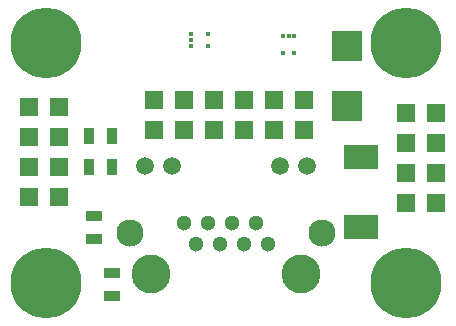
<source format=gbr>
G04 #@! TF.FileFunction,Soldermask,Bot*
%FSLAX46Y46*%
G04 Gerber Fmt 4.6, Leading zero omitted, Abs format (unit mm)*
G04 Created by KiCad (PCBNEW 4.0.1-stable) date 16. 2. 2016 8:07:08*
%MOMM*%
G01*
G04 APERTURE LIST*
%ADD10C,0.300000*%
%ADD11R,0.299720X0.449580*%
%ADD12C,3.300000*%
%ADD13C,2.300000*%
%ADD14C,1.300000*%
%ADD15C,1.500000*%
%ADD16R,1.524000X1.524000*%
%ADD17R,1.397000X0.889000*%
%ADD18C,6.000000*%
%ADD19R,0.889000X1.397000*%
%ADD20R,2.499360X2.550160*%
%ADD21R,0.449580X0.299720*%
%ADD22R,3.000000X2.000000*%
G04 APERTURE END LIST*
D10*
D11*
X25090120Y25974040D03*
X26090880Y25974040D03*
X25090120Y24571960D03*
X25590500Y25974040D03*
X26090880Y24571960D03*
D12*
X13970000Y5842000D03*
X26670000Y5842000D03*
D13*
X28450000Y9272000D03*
X12190000Y9272000D03*
D14*
X17780000Y8382000D03*
X19810000Y8382000D03*
X21840000Y8382000D03*
X23870000Y8382000D03*
X16760000Y10162000D03*
X18790000Y10162000D03*
X20820000Y10162000D03*
X22850000Y10162000D03*
D15*
X27180000Y14982000D03*
X24890000Y14982000D03*
X15750000Y14982000D03*
X13460000Y14982000D03*
D16*
X35560000Y19494500D03*
X38100000Y19494500D03*
X35560000Y16954500D03*
X38100000Y16954500D03*
X35560000Y14414500D03*
X38100000Y14414500D03*
X35560000Y11874500D03*
X38100000Y11874500D03*
D17*
X10668000Y5905500D03*
X10668000Y4000500D03*
D16*
X6159500Y12382500D03*
X3619500Y12382500D03*
X6159500Y14922500D03*
X3619500Y14922500D03*
X6159500Y17462500D03*
X3619500Y17462500D03*
X14224000Y18034000D03*
X14224000Y20574000D03*
X16764000Y18034000D03*
X16764000Y20574000D03*
D18*
X5080000Y25400000D03*
X35560000Y5080000D03*
X5080000Y5080000D03*
X35560000Y25400000D03*
D19*
X8699500Y14922500D03*
X10604500Y14922500D03*
X8699500Y17526000D03*
X10604500Y17526000D03*
D17*
X9080500Y10731500D03*
X9080500Y8826500D03*
D16*
X6159500Y20002500D03*
X3619500Y20002500D03*
D20*
X30543500Y25130760D03*
X30543500Y20081240D03*
D16*
X19304000Y18034000D03*
X19304000Y20574000D03*
X21844000Y18034000D03*
X21844000Y20574000D03*
X26924000Y18034000D03*
X26924000Y20574000D03*
X24384000Y18034000D03*
X24384000Y20574000D03*
D21*
X17332960Y25153620D03*
X17332960Y26154380D03*
X18735040Y25153620D03*
X17332960Y25654000D03*
X18735040Y26154380D03*
D22*
X31750000Y9763500D03*
X31750000Y15763500D03*
M02*

</source>
